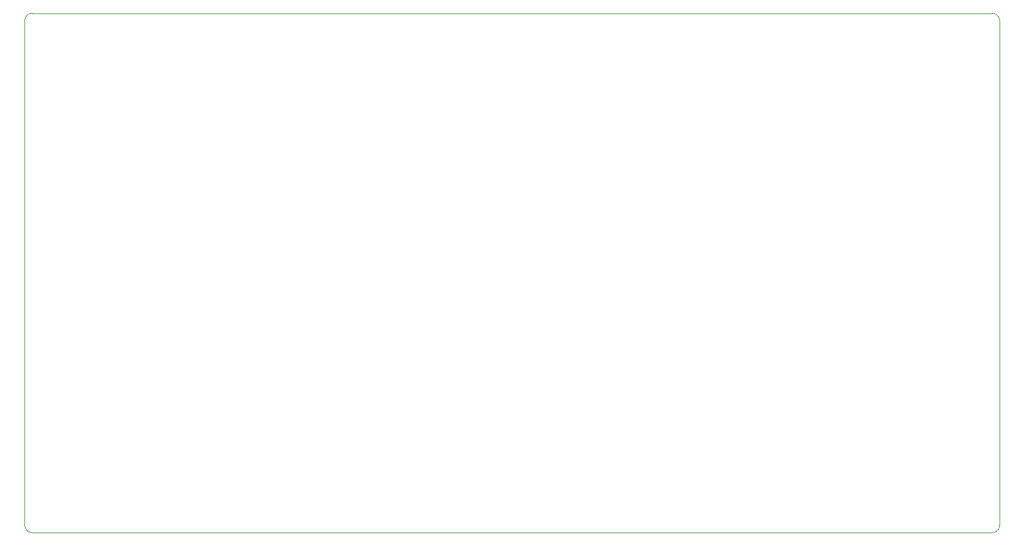
<source format=gbr>
%TF.GenerationSoftware,KiCad,Pcbnew,8.0.2*%
%TF.CreationDate,2025-03-01T21:56:38-08:00*%
%TF.ProjectId,mini_weather_monitor,6d696e69-5f77-4656-9174-6865725f6d6f,rev?*%
%TF.SameCoordinates,Original*%
%TF.FileFunction,Profile,NP*%
%FSLAX46Y46*%
G04 Gerber Fmt 4.6, Leading zero omitted, Abs format (unit mm)*
G04 Created by KiCad (PCBNEW 8.0.2) date 2025-03-01 21:56:38*
%MOMM*%
%LPD*%
G01*
G04 APERTURE LIST*
%TA.AperFunction,Profile*%
%ADD10C,0.100000*%
%TD*%
G04 APERTURE END LIST*
D10*
X200000000Y-136000000D02*
X67000000Y-136000000D01*
X67000000Y-64000000D02*
X200000000Y-64000000D01*
X200000000Y-64000000D02*
G75*
G02*
X201000000Y-65000000I0J-1000000D01*
G01*
X201000000Y-65000000D02*
X201000000Y-135000000D01*
X66000000Y-135000000D02*
X66000000Y-65000000D01*
X66000000Y-65000000D02*
G75*
G02*
X67000000Y-64000000I1000000J0D01*
G01*
X201000000Y-135000000D02*
G75*
G02*
X200000000Y-136000000I-1000000J0D01*
G01*
X67000000Y-136000000D02*
G75*
G02*
X66000000Y-135000000I0J1000000D01*
G01*
M02*

</source>
